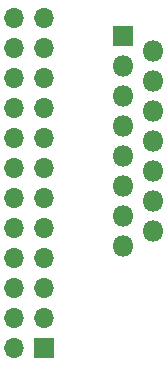
<source format=gbr>
G04 #@! TF.GenerationSoftware,KiCad,Pcbnew,5.99.0-unknown-ad88874~101~ubuntu20.04.1*
G04 #@! TF.CreationDate,2020-05-19T21:28:09-04:00*
G04 #@! TF.ProjectId,L298,4c323938-2e6b-4696-9361-645f70636258,rev?*
G04 #@! TF.SameCoordinates,Original*
G04 #@! TF.FileFunction,Soldermask,Bot*
G04 #@! TF.FilePolarity,Negative*
%FSLAX46Y46*%
G04 Gerber Fmt 4.6, Leading zero omitted, Abs format (unit mm)*
G04 Created by KiCad (PCBNEW 5.99.0-unknown-ad88874~101~ubuntu20.04.1) date 2020-05-19 21:28:09*
%MOMM*%
%LPD*%
G01*
G04 APERTURE LIST*
%ADD10O,1.800000X1.800000*%
%ADD11R,1.800000X1.800000*%
%ADD12R,1.700000X1.700000*%
%ADD13O,1.700000X1.700000*%
G04 APERTURE END LIST*
D10*
X113378938Y-121844000D03*
X115918938Y-120574000D03*
X113378938Y-119304000D03*
X115918938Y-118034000D03*
X113378938Y-116764000D03*
X115918938Y-115494000D03*
X113378938Y-114224000D03*
X115918938Y-112954000D03*
X113378938Y-111684000D03*
X115918938Y-110414000D03*
X113378938Y-109144000D03*
X115918938Y-107874000D03*
X113378938Y-106604000D03*
X115918938Y-105334000D03*
D11*
X113378938Y-104064000D03*
D12*
X106695000Y-130480000D03*
D13*
X104155000Y-130480000D03*
X106695000Y-127940000D03*
X104155000Y-127940000D03*
X106695000Y-125400000D03*
X104155000Y-125400000D03*
X106695000Y-122860000D03*
X104155000Y-122860000D03*
X106695000Y-120320000D03*
X104155000Y-120320000D03*
X106695000Y-117780000D03*
X104155000Y-117780000D03*
X106695000Y-115240000D03*
X104155000Y-115240000D03*
X106695000Y-112700000D03*
X104155000Y-112700000D03*
X106695000Y-110160000D03*
X104155000Y-110160000D03*
X106695000Y-107620000D03*
X104155000Y-107620000D03*
X106695000Y-105080000D03*
X104155000Y-105080000D03*
X106695000Y-102540000D03*
X104155000Y-102540000D03*
M02*

</source>
